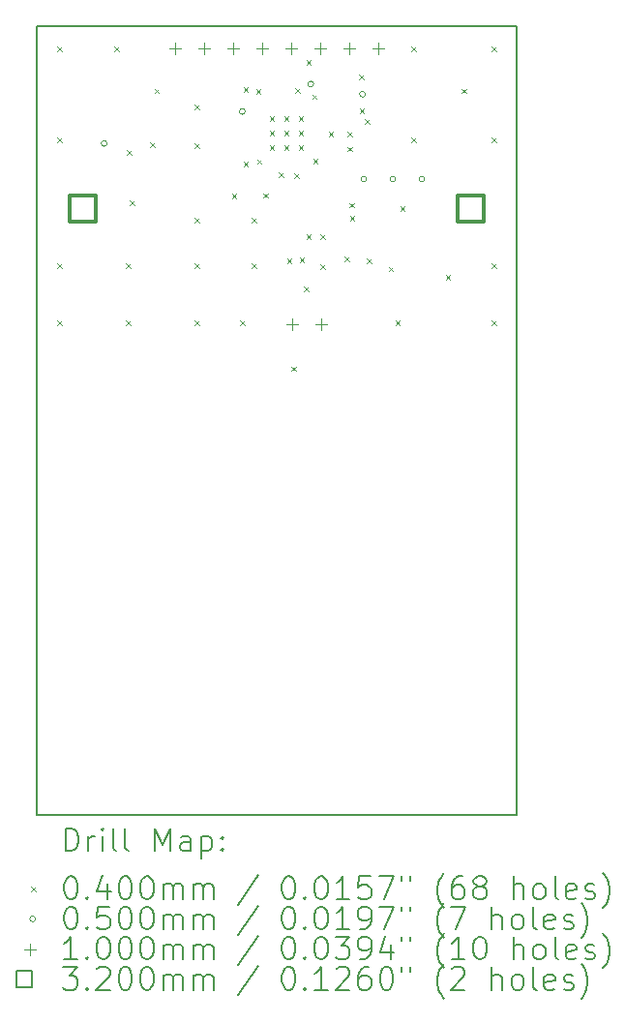
<source format=gbr>
%TF.GenerationSoftware,KiCad,Pcbnew,7.0.7*%
%TF.CreationDate,2024-01-15T15:14:14+00:00*%
%TF.ProjectId,cardboard,63617264-626f-4617-9264-2e6b69636164,rev?*%
%TF.SameCoordinates,Original*%
%TF.FileFunction,Drillmap*%
%TF.FilePolarity,Positive*%
%FSLAX45Y45*%
G04 Gerber Fmt 4.5, Leading zero omitted, Abs format (unit mm)*
G04 Created by KiCad (PCBNEW 7.0.7) date 2024-01-15 15:14:14*
%MOMM*%
%LPD*%
G01*
G04 APERTURE LIST*
%ADD10C,0.200000*%
%ADD11C,0.040000*%
%ADD12C,0.050000*%
%ADD13C,0.100000*%
%ADD14C,0.320000*%
G04 APERTURE END LIST*
D10*
X8401500Y-5717000D02*
X12601500Y-5717000D01*
X12601500Y-12617000D01*
X8401500Y-12617000D01*
X8401500Y-5717000D01*
D11*
X8581500Y-5897000D02*
X8621500Y-5937000D01*
X8621500Y-5897000D02*
X8581500Y-5937000D01*
X8581500Y-6697000D02*
X8621500Y-6737000D01*
X8621500Y-6697000D02*
X8581500Y-6737000D01*
X8581500Y-7797000D02*
X8621500Y-7837000D01*
X8621500Y-7797000D02*
X8581500Y-7837000D01*
X8581500Y-8297000D02*
X8621500Y-8337000D01*
X8621500Y-8297000D02*
X8581500Y-8337000D01*
X9081500Y-5897000D02*
X9121500Y-5937000D01*
X9121500Y-5897000D02*
X9081500Y-5937000D01*
X9181500Y-7797000D02*
X9221500Y-7837000D01*
X9221500Y-7797000D02*
X9181500Y-7837000D01*
X9181500Y-8297000D02*
X9221500Y-8337000D01*
X9221500Y-8297000D02*
X9181500Y-8337000D01*
X9191500Y-6807000D02*
X9231500Y-6847000D01*
X9231500Y-6807000D02*
X9191500Y-6847000D01*
X9217014Y-7248345D02*
X9257014Y-7288345D01*
X9257014Y-7248345D02*
X9217014Y-7288345D01*
X9391500Y-6737000D02*
X9431500Y-6777000D01*
X9431500Y-6737000D02*
X9391500Y-6777000D01*
X9431500Y-6267000D02*
X9471500Y-6307000D01*
X9471500Y-6267000D02*
X9431500Y-6307000D01*
X9781500Y-7397000D02*
X9821500Y-7437000D01*
X9821500Y-7397000D02*
X9781500Y-7437000D01*
X9781500Y-7797000D02*
X9821500Y-7837000D01*
X9821500Y-7797000D02*
X9781500Y-7837000D01*
X9781500Y-8297000D02*
X9821500Y-8337000D01*
X9821500Y-8297000D02*
X9781500Y-8337000D01*
X9782500Y-6409000D02*
X9822500Y-6449000D01*
X9822500Y-6409000D02*
X9782500Y-6449000D01*
X9782500Y-6749000D02*
X9822500Y-6789000D01*
X9822500Y-6749000D02*
X9782500Y-6789000D01*
X10110000Y-7187000D02*
X10150000Y-7227000D01*
X10150000Y-7187000D02*
X10110000Y-7227000D01*
X10181500Y-8297000D02*
X10221500Y-8337000D01*
X10221500Y-8297000D02*
X10181500Y-8337000D01*
X10210000Y-6907000D02*
X10250000Y-6947000D01*
X10250000Y-6907000D02*
X10210000Y-6947000D01*
X10211500Y-6257000D02*
X10251500Y-6297000D01*
X10251500Y-6257000D02*
X10211500Y-6297000D01*
X10281500Y-7397000D02*
X10321500Y-7437000D01*
X10321500Y-7397000D02*
X10281500Y-7437000D01*
X10281500Y-7797000D02*
X10321500Y-7837000D01*
X10321500Y-7797000D02*
X10281500Y-7837000D01*
X10319999Y-6272000D02*
X10359999Y-6312000D01*
X10359999Y-6272000D02*
X10319999Y-6312000D01*
X10330000Y-6887000D02*
X10370000Y-6927000D01*
X10370000Y-6887000D02*
X10330000Y-6927000D01*
X10385000Y-7182000D02*
X10425000Y-7222000D01*
X10425000Y-7182000D02*
X10385000Y-7222000D01*
X10440500Y-6507000D02*
X10480500Y-6547000D01*
X10480500Y-6507000D02*
X10440500Y-6547000D01*
X10440500Y-6634000D02*
X10480500Y-6674000D01*
X10480500Y-6634000D02*
X10440500Y-6674000D01*
X10440500Y-6761000D02*
X10480500Y-6801000D01*
X10480500Y-6761000D02*
X10440500Y-6801000D01*
X10522319Y-6999620D02*
X10562319Y-7039620D01*
X10562319Y-6999620D02*
X10522319Y-7039620D01*
X10567500Y-6507000D02*
X10607500Y-6547000D01*
X10607500Y-6507000D02*
X10567500Y-6547000D01*
X10567500Y-6634000D02*
X10607500Y-6674000D01*
X10607500Y-6634000D02*
X10567500Y-6674000D01*
X10567500Y-6761000D02*
X10607500Y-6801000D01*
X10607500Y-6761000D02*
X10567500Y-6801000D01*
X10591500Y-7757000D02*
X10631500Y-7797000D01*
X10631500Y-7757000D02*
X10591500Y-7797000D01*
X10631500Y-8697000D02*
X10671500Y-8737000D01*
X10671500Y-8697000D02*
X10631500Y-8737000D01*
X10657319Y-7010566D02*
X10697319Y-7050566D01*
X10697319Y-7010566D02*
X10657319Y-7050566D01*
X10663186Y-6265444D02*
X10703186Y-6305444D01*
X10703186Y-6265444D02*
X10663186Y-6305444D01*
X10694500Y-6507000D02*
X10734500Y-6547000D01*
X10734500Y-6507000D02*
X10694500Y-6547000D01*
X10694500Y-6634000D02*
X10734500Y-6674000D01*
X10734500Y-6634000D02*
X10694500Y-6674000D01*
X10694500Y-6761000D02*
X10734500Y-6801000D01*
X10734500Y-6761000D02*
X10694500Y-6801000D01*
X10701500Y-7747000D02*
X10741500Y-7787000D01*
X10741500Y-7747000D02*
X10701500Y-7787000D01*
X10740000Y-7997000D02*
X10780000Y-8037000D01*
X10780000Y-7997000D02*
X10740000Y-8037000D01*
X10761439Y-7542145D02*
X10801439Y-7582145D01*
X10801439Y-7542145D02*
X10761439Y-7582145D01*
X10761500Y-6017000D02*
X10801500Y-6057000D01*
X10801500Y-6017000D02*
X10761500Y-6057000D01*
X10812000Y-6319000D02*
X10852000Y-6359000D01*
X10852000Y-6319000D02*
X10812000Y-6359000D01*
X10821500Y-6883950D02*
X10861500Y-6923950D01*
X10861500Y-6883950D02*
X10821500Y-6923950D01*
X10881999Y-7544373D02*
X10921999Y-7584373D01*
X10921999Y-7544373D02*
X10881999Y-7584373D01*
X10885050Y-7806950D02*
X10925050Y-7846950D01*
X10925050Y-7806950D02*
X10885050Y-7846950D01*
X10954937Y-6642000D02*
X10994937Y-6682000D01*
X10994937Y-6642000D02*
X10954937Y-6682000D01*
X11094950Y-7737000D02*
X11134950Y-7777000D01*
X11134950Y-7737000D02*
X11094950Y-7777000D01*
X11120000Y-6777000D02*
X11160000Y-6817000D01*
X11160000Y-6777000D02*
X11120000Y-6817000D01*
X11120873Y-6642577D02*
X11160873Y-6682577D01*
X11160873Y-6642577D02*
X11120873Y-6682577D01*
X11140000Y-7267000D02*
X11180000Y-7307000D01*
X11180000Y-7267000D02*
X11140000Y-7307000D01*
X11142163Y-7381634D02*
X11182163Y-7421634D01*
X11182163Y-7381634D02*
X11142163Y-7421634D01*
X11221500Y-6147000D02*
X11261500Y-6187000D01*
X11261500Y-6147000D02*
X11221500Y-6187000D01*
X11226475Y-6441975D02*
X11266475Y-6481975D01*
X11266475Y-6441975D02*
X11226475Y-6481975D01*
X11271500Y-6537000D02*
X11311500Y-6577000D01*
X11311500Y-6537000D02*
X11271500Y-6577000D01*
X11292234Y-7752579D02*
X11332234Y-7792579D01*
X11332234Y-7752579D02*
X11292234Y-7792579D01*
X11481500Y-7827000D02*
X11521500Y-7867000D01*
X11521500Y-7827000D02*
X11481500Y-7867000D01*
X11540000Y-8297000D02*
X11580000Y-8337000D01*
X11580000Y-8297000D02*
X11540000Y-8337000D01*
X11581500Y-7297000D02*
X11621500Y-7337000D01*
X11621500Y-7297000D02*
X11581500Y-7337000D01*
X11681500Y-5897000D02*
X11721500Y-5937000D01*
X11721500Y-5897000D02*
X11681500Y-5937000D01*
X11681500Y-6697000D02*
X11721500Y-6737000D01*
X11721500Y-6697000D02*
X11681500Y-6737000D01*
X11981500Y-7897000D02*
X12021500Y-7937000D01*
X12021500Y-7897000D02*
X11981500Y-7937000D01*
X12121500Y-6267000D02*
X12161500Y-6307000D01*
X12161500Y-6267000D02*
X12121500Y-6307000D01*
X12381500Y-5897000D02*
X12421500Y-5937000D01*
X12421500Y-5897000D02*
X12381500Y-5937000D01*
X12381500Y-6697000D02*
X12421500Y-6737000D01*
X12421500Y-6697000D02*
X12381500Y-6737000D01*
X12381500Y-7797000D02*
X12421500Y-7837000D01*
X12421500Y-7797000D02*
X12381500Y-7837000D01*
X12381500Y-8297000D02*
X12421500Y-8337000D01*
X12421500Y-8297000D02*
X12381500Y-8337000D01*
D12*
X9016500Y-6747000D02*
G75*
G03*
X9016500Y-6747000I-25000J0D01*
G01*
X10225000Y-6467000D02*
G75*
G03*
X10225000Y-6467000I-25000J0D01*
G01*
X10825000Y-6227000D02*
G75*
G03*
X10825000Y-6227000I-25000J0D01*
G01*
X11276500Y-6317000D02*
G75*
G03*
X11276500Y-6317000I-25000J0D01*
G01*
X11288500Y-7060000D02*
G75*
G03*
X11288500Y-7060000I-25000J0D01*
G01*
X11542500Y-7060000D02*
G75*
G03*
X11542500Y-7060000I-25000J0D01*
G01*
X11796500Y-7060000D02*
G75*
G03*
X11796500Y-7060000I-25000J0D01*
G01*
D13*
X9612500Y-5867000D02*
X9612500Y-5967000D01*
X9562500Y-5917000D02*
X9662500Y-5917000D01*
X9866500Y-5867000D02*
X9866500Y-5967000D01*
X9816500Y-5917000D02*
X9916500Y-5917000D01*
X10120500Y-5867000D02*
X10120500Y-5967000D01*
X10070500Y-5917000D02*
X10170500Y-5917000D01*
X10374500Y-5867000D02*
X10374500Y-5967000D01*
X10324500Y-5917000D02*
X10424500Y-5917000D01*
X10628500Y-5867000D02*
X10628500Y-5967000D01*
X10578500Y-5917000D02*
X10678500Y-5917000D01*
X10634000Y-8277000D02*
X10634000Y-8377000D01*
X10584000Y-8327000D02*
X10684000Y-8327000D01*
X10882500Y-5867000D02*
X10882500Y-5967000D01*
X10832500Y-5917000D02*
X10932500Y-5917000D01*
X10888000Y-8277000D02*
X10888000Y-8377000D01*
X10838000Y-8327000D02*
X10938000Y-8327000D01*
X11136500Y-5867000D02*
X11136500Y-5967000D01*
X11086500Y-5917000D02*
X11186500Y-5917000D01*
X11390500Y-5867000D02*
X11390500Y-5967000D01*
X11340500Y-5917000D02*
X11440500Y-5917000D01*
D14*
X8914638Y-7430138D02*
X8914638Y-7203862D01*
X8688362Y-7203862D01*
X8688362Y-7430138D01*
X8914638Y-7430138D01*
X12314638Y-7430138D02*
X12314638Y-7203862D01*
X12088362Y-7203862D01*
X12088362Y-7430138D01*
X12314638Y-7430138D01*
D10*
X8652277Y-12938484D02*
X8652277Y-12738484D01*
X8652277Y-12738484D02*
X8699896Y-12738484D01*
X8699896Y-12738484D02*
X8728467Y-12748008D01*
X8728467Y-12748008D02*
X8747515Y-12767055D01*
X8747515Y-12767055D02*
X8757039Y-12786103D01*
X8757039Y-12786103D02*
X8766563Y-12824198D01*
X8766563Y-12824198D02*
X8766563Y-12852769D01*
X8766563Y-12852769D02*
X8757039Y-12890865D01*
X8757039Y-12890865D02*
X8747515Y-12909912D01*
X8747515Y-12909912D02*
X8728467Y-12928960D01*
X8728467Y-12928960D02*
X8699896Y-12938484D01*
X8699896Y-12938484D02*
X8652277Y-12938484D01*
X8852277Y-12938484D02*
X8852277Y-12805150D01*
X8852277Y-12843246D02*
X8861801Y-12824198D01*
X8861801Y-12824198D02*
X8871324Y-12814674D01*
X8871324Y-12814674D02*
X8890372Y-12805150D01*
X8890372Y-12805150D02*
X8909420Y-12805150D01*
X8976086Y-12938484D02*
X8976086Y-12805150D01*
X8976086Y-12738484D02*
X8966563Y-12748008D01*
X8966563Y-12748008D02*
X8976086Y-12757531D01*
X8976086Y-12757531D02*
X8985610Y-12748008D01*
X8985610Y-12748008D02*
X8976086Y-12738484D01*
X8976086Y-12738484D02*
X8976086Y-12757531D01*
X9099896Y-12938484D02*
X9080848Y-12928960D01*
X9080848Y-12928960D02*
X9071324Y-12909912D01*
X9071324Y-12909912D02*
X9071324Y-12738484D01*
X9204658Y-12938484D02*
X9185610Y-12928960D01*
X9185610Y-12928960D02*
X9176086Y-12909912D01*
X9176086Y-12909912D02*
X9176086Y-12738484D01*
X9433229Y-12938484D02*
X9433229Y-12738484D01*
X9433229Y-12738484D02*
X9499896Y-12881341D01*
X9499896Y-12881341D02*
X9566563Y-12738484D01*
X9566563Y-12738484D02*
X9566563Y-12938484D01*
X9747515Y-12938484D02*
X9747515Y-12833722D01*
X9747515Y-12833722D02*
X9737991Y-12814674D01*
X9737991Y-12814674D02*
X9718944Y-12805150D01*
X9718944Y-12805150D02*
X9680848Y-12805150D01*
X9680848Y-12805150D02*
X9661801Y-12814674D01*
X9747515Y-12928960D02*
X9728467Y-12938484D01*
X9728467Y-12938484D02*
X9680848Y-12938484D01*
X9680848Y-12938484D02*
X9661801Y-12928960D01*
X9661801Y-12928960D02*
X9652277Y-12909912D01*
X9652277Y-12909912D02*
X9652277Y-12890865D01*
X9652277Y-12890865D02*
X9661801Y-12871817D01*
X9661801Y-12871817D02*
X9680848Y-12862293D01*
X9680848Y-12862293D02*
X9728467Y-12862293D01*
X9728467Y-12862293D02*
X9747515Y-12852769D01*
X9842753Y-12805150D02*
X9842753Y-13005150D01*
X9842753Y-12814674D02*
X9861801Y-12805150D01*
X9861801Y-12805150D02*
X9899896Y-12805150D01*
X9899896Y-12805150D02*
X9918944Y-12814674D01*
X9918944Y-12814674D02*
X9928467Y-12824198D01*
X9928467Y-12824198D02*
X9937991Y-12843246D01*
X9937991Y-12843246D02*
X9937991Y-12900388D01*
X9937991Y-12900388D02*
X9928467Y-12919436D01*
X9928467Y-12919436D02*
X9918944Y-12928960D01*
X9918944Y-12928960D02*
X9899896Y-12938484D01*
X9899896Y-12938484D02*
X9861801Y-12938484D01*
X9861801Y-12938484D02*
X9842753Y-12928960D01*
X10023705Y-12919436D02*
X10033229Y-12928960D01*
X10033229Y-12928960D02*
X10023705Y-12938484D01*
X10023705Y-12938484D02*
X10014182Y-12928960D01*
X10014182Y-12928960D02*
X10023705Y-12919436D01*
X10023705Y-12919436D02*
X10023705Y-12938484D01*
X10023705Y-12814674D02*
X10033229Y-12824198D01*
X10033229Y-12824198D02*
X10023705Y-12833722D01*
X10023705Y-12833722D02*
X10014182Y-12824198D01*
X10014182Y-12824198D02*
X10023705Y-12814674D01*
X10023705Y-12814674D02*
X10023705Y-12833722D01*
D11*
X8351500Y-13247000D02*
X8391500Y-13287000D01*
X8391500Y-13247000D02*
X8351500Y-13287000D01*
D10*
X8690372Y-13158484D02*
X8709420Y-13158484D01*
X8709420Y-13158484D02*
X8728467Y-13168008D01*
X8728467Y-13168008D02*
X8737991Y-13177531D01*
X8737991Y-13177531D02*
X8747515Y-13196579D01*
X8747515Y-13196579D02*
X8757039Y-13234674D01*
X8757039Y-13234674D02*
X8757039Y-13282293D01*
X8757039Y-13282293D02*
X8747515Y-13320388D01*
X8747515Y-13320388D02*
X8737991Y-13339436D01*
X8737991Y-13339436D02*
X8728467Y-13348960D01*
X8728467Y-13348960D02*
X8709420Y-13358484D01*
X8709420Y-13358484D02*
X8690372Y-13358484D01*
X8690372Y-13358484D02*
X8671324Y-13348960D01*
X8671324Y-13348960D02*
X8661801Y-13339436D01*
X8661801Y-13339436D02*
X8652277Y-13320388D01*
X8652277Y-13320388D02*
X8642753Y-13282293D01*
X8642753Y-13282293D02*
X8642753Y-13234674D01*
X8642753Y-13234674D02*
X8652277Y-13196579D01*
X8652277Y-13196579D02*
X8661801Y-13177531D01*
X8661801Y-13177531D02*
X8671324Y-13168008D01*
X8671324Y-13168008D02*
X8690372Y-13158484D01*
X8842753Y-13339436D02*
X8852277Y-13348960D01*
X8852277Y-13348960D02*
X8842753Y-13358484D01*
X8842753Y-13358484D02*
X8833229Y-13348960D01*
X8833229Y-13348960D02*
X8842753Y-13339436D01*
X8842753Y-13339436D02*
X8842753Y-13358484D01*
X9023705Y-13225150D02*
X9023705Y-13358484D01*
X8976086Y-13148960D02*
X8928467Y-13291817D01*
X8928467Y-13291817D02*
X9052277Y-13291817D01*
X9166563Y-13158484D02*
X9185610Y-13158484D01*
X9185610Y-13158484D02*
X9204658Y-13168008D01*
X9204658Y-13168008D02*
X9214182Y-13177531D01*
X9214182Y-13177531D02*
X9223705Y-13196579D01*
X9223705Y-13196579D02*
X9233229Y-13234674D01*
X9233229Y-13234674D02*
X9233229Y-13282293D01*
X9233229Y-13282293D02*
X9223705Y-13320388D01*
X9223705Y-13320388D02*
X9214182Y-13339436D01*
X9214182Y-13339436D02*
X9204658Y-13348960D01*
X9204658Y-13348960D02*
X9185610Y-13358484D01*
X9185610Y-13358484D02*
X9166563Y-13358484D01*
X9166563Y-13358484D02*
X9147515Y-13348960D01*
X9147515Y-13348960D02*
X9137991Y-13339436D01*
X9137991Y-13339436D02*
X9128467Y-13320388D01*
X9128467Y-13320388D02*
X9118944Y-13282293D01*
X9118944Y-13282293D02*
X9118944Y-13234674D01*
X9118944Y-13234674D02*
X9128467Y-13196579D01*
X9128467Y-13196579D02*
X9137991Y-13177531D01*
X9137991Y-13177531D02*
X9147515Y-13168008D01*
X9147515Y-13168008D02*
X9166563Y-13158484D01*
X9357039Y-13158484D02*
X9376086Y-13158484D01*
X9376086Y-13158484D02*
X9395134Y-13168008D01*
X9395134Y-13168008D02*
X9404658Y-13177531D01*
X9404658Y-13177531D02*
X9414182Y-13196579D01*
X9414182Y-13196579D02*
X9423705Y-13234674D01*
X9423705Y-13234674D02*
X9423705Y-13282293D01*
X9423705Y-13282293D02*
X9414182Y-13320388D01*
X9414182Y-13320388D02*
X9404658Y-13339436D01*
X9404658Y-13339436D02*
X9395134Y-13348960D01*
X9395134Y-13348960D02*
X9376086Y-13358484D01*
X9376086Y-13358484D02*
X9357039Y-13358484D01*
X9357039Y-13358484D02*
X9337991Y-13348960D01*
X9337991Y-13348960D02*
X9328467Y-13339436D01*
X9328467Y-13339436D02*
X9318944Y-13320388D01*
X9318944Y-13320388D02*
X9309420Y-13282293D01*
X9309420Y-13282293D02*
X9309420Y-13234674D01*
X9309420Y-13234674D02*
X9318944Y-13196579D01*
X9318944Y-13196579D02*
X9328467Y-13177531D01*
X9328467Y-13177531D02*
X9337991Y-13168008D01*
X9337991Y-13168008D02*
X9357039Y-13158484D01*
X9509420Y-13358484D02*
X9509420Y-13225150D01*
X9509420Y-13244198D02*
X9518944Y-13234674D01*
X9518944Y-13234674D02*
X9537991Y-13225150D01*
X9537991Y-13225150D02*
X9566563Y-13225150D01*
X9566563Y-13225150D02*
X9585610Y-13234674D01*
X9585610Y-13234674D02*
X9595134Y-13253722D01*
X9595134Y-13253722D02*
X9595134Y-13358484D01*
X9595134Y-13253722D02*
X9604658Y-13234674D01*
X9604658Y-13234674D02*
X9623705Y-13225150D01*
X9623705Y-13225150D02*
X9652277Y-13225150D01*
X9652277Y-13225150D02*
X9671325Y-13234674D01*
X9671325Y-13234674D02*
X9680848Y-13253722D01*
X9680848Y-13253722D02*
X9680848Y-13358484D01*
X9776086Y-13358484D02*
X9776086Y-13225150D01*
X9776086Y-13244198D02*
X9785610Y-13234674D01*
X9785610Y-13234674D02*
X9804658Y-13225150D01*
X9804658Y-13225150D02*
X9833229Y-13225150D01*
X9833229Y-13225150D02*
X9852277Y-13234674D01*
X9852277Y-13234674D02*
X9861801Y-13253722D01*
X9861801Y-13253722D02*
X9861801Y-13358484D01*
X9861801Y-13253722D02*
X9871325Y-13234674D01*
X9871325Y-13234674D02*
X9890372Y-13225150D01*
X9890372Y-13225150D02*
X9918944Y-13225150D01*
X9918944Y-13225150D02*
X9937991Y-13234674D01*
X9937991Y-13234674D02*
X9947515Y-13253722D01*
X9947515Y-13253722D02*
X9947515Y-13358484D01*
X10337991Y-13148960D02*
X10166563Y-13406103D01*
X10595134Y-13158484D02*
X10614182Y-13158484D01*
X10614182Y-13158484D02*
X10633229Y-13168008D01*
X10633229Y-13168008D02*
X10642753Y-13177531D01*
X10642753Y-13177531D02*
X10652277Y-13196579D01*
X10652277Y-13196579D02*
X10661801Y-13234674D01*
X10661801Y-13234674D02*
X10661801Y-13282293D01*
X10661801Y-13282293D02*
X10652277Y-13320388D01*
X10652277Y-13320388D02*
X10642753Y-13339436D01*
X10642753Y-13339436D02*
X10633229Y-13348960D01*
X10633229Y-13348960D02*
X10614182Y-13358484D01*
X10614182Y-13358484D02*
X10595134Y-13358484D01*
X10595134Y-13358484D02*
X10576087Y-13348960D01*
X10576087Y-13348960D02*
X10566563Y-13339436D01*
X10566563Y-13339436D02*
X10557039Y-13320388D01*
X10557039Y-13320388D02*
X10547515Y-13282293D01*
X10547515Y-13282293D02*
X10547515Y-13234674D01*
X10547515Y-13234674D02*
X10557039Y-13196579D01*
X10557039Y-13196579D02*
X10566563Y-13177531D01*
X10566563Y-13177531D02*
X10576087Y-13168008D01*
X10576087Y-13168008D02*
X10595134Y-13158484D01*
X10747515Y-13339436D02*
X10757039Y-13348960D01*
X10757039Y-13348960D02*
X10747515Y-13358484D01*
X10747515Y-13358484D02*
X10737991Y-13348960D01*
X10737991Y-13348960D02*
X10747515Y-13339436D01*
X10747515Y-13339436D02*
X10747515Y-13358484D01*
X10880848Y-13158484D02*
X10899896Y-13158484D01*
X10899896Y-13158484D02*
X10918944Y-13168008D01*
X10918944Y-13168008D02*
X10928468Y-13177531D01*
X10928468Y-13177531D02*
X10937991Y-13196579D01*
X10937991Y-13196579D02*
X10947515Y-13234674D01*
X10947515Y-13234674D02*
X10947515Y-13282293D01*
X10947515Y-13282293D02*
X10937991Y-13320388D01*
X10937991Y-13320388D02*
X10928468Y-13339436D01*
X10928468Y-13339436D02*
X10918944Y-13348960D01*
X10918944Y-13348960D02*
X10899896Y-13358484D01*
X10899896Y-13358484D02*
X10880848Y-13358484D01*
X10880848Y-13358484D02*
X10861801Y-13348960D01*
X10861801Y-13348960D02*
X10852277Y-13339436D01*
X10852277Y-13339436D02*
X10842753Y-13320388D01*
X10842753Y-13320388D02*
X10833229Y-13282293D01*
X10833229Y-13282293D02*
X10833229Y-13234674D01*
X10833229Y-13234674D02*
X10842753Y-13196579D01*
X10842753Y-13196579D02*
X10852277Y-13177531D01*
X10852277Y-13177531D02*
X10861801Y-13168008D01*
X10861801Y-13168008D02*
X10880848Y-13158484D01*
X11137991Y-13358484D02*
X11023706Y-13358484D01*
X11080848Y-13358484D02*
X11080848Y-13158484D01*
X11080848Y-13158484D02*
X11061801Y-13187055D01*
X11061801Y-13187055D02*
X11042753Y-13206103D01*
X11042753Y-13206103D02*
X11023706Y-13215627D01*
X11318944Y-13158484D02*
X11223706Y-13158484D01*
X11223706Y-13158484D02*
X11214182Y-13253722D01*
X11214182Y-13253722D02*
X11223706Y-13244198D01*
X11223706Y-13244198D02*
X11242753Y-13234674D01*
X11242753Y-13234674D02*
X11290372Y-13234674D01*
X11290372Y-13234674D02*
X11309420Y-13244198D01*
X11309420Y-13244198D02*
X11318944Y-13253722D01*
X11318944Y-13253722D02*
X11328467Y-13272769D01*
X11328467Y-13272769D02*
X11328467Y-13320388D01*
X11328467Y-13320388D02*
X11318944Y-13339436D01*
X11318944Y-13339436D02*
X11309420Y-13348960D01*
X11309420Y-13348960D02*
X11290372Y-13358484D01*
X11290372Y-13358484D02*
X11242753Y-13358484D01*
X11242753Y-13358484D02*
X11223706Y-13348960D01*
X11223706Y-13348960D02*
X11214182Y-13339436D01*
X11395134Y-13158484D02*
X11528467Y-13158484D01*
X11528467Y-13158484D02*
X11442753Y-13358484D01*
X11595134Y-13158484D02*
X11595134Y-13196579D01*
X11671325Y-13158484D02*
X11671325Y-13196579D01*
X11966563Y-13434674D02*
X11957039Y-13425150D01*
X11957039Y-13425150D02*
X11937991Y-13396579D01*
X11937991Y-13396579D02*
X11928468Y-13377531D01*
X11928468Y-13377531D02*
X11918944Y-13348960D01*
X11918944Y-13348960D02*
X11909420Y-13301341D01*
X11909420Y-13301341D02*
X11909420Y-13263246D01*
X11909420Y-13263246D02*
X11918944Y-13215627D01*
X11918944Y-13215627D02*
X11928468Y-13187055D01*
X11928468Y-13187055D02*
X11937991Y-13168008D01*
X11937991Y-13168008D02*
X11957039Y-13139436D01*
X11957039Y-13139436D02*
X11966563Y-13129912D01*
X12128468Y-13158484D02*
X12090372Y-13158484D01*
X12090372Y-13158484D02*
X12071325Y-13168008D01*
X12071325Y-13168008D02*
X12061801Y-13177531D01*
X12061801Y-13177531D02*
X12042753Y-13206103D01*
X12042753Y-13206103D02*
X12033229Y-13244198D01*
X12033229Y-13244198D02*
X12033229Y-13320388D01*
X12033229Y-13320388D02*
X12042753Y-13339436D01*
X12042753Y-13339436D02*
X12052277Y-13348960D01*
X12052277Y-13348960D02*
X12071325Y-13358484D01*
X12071325Y-13358484D02*
X12109420Y-13358484D01*
X12109420Y-13358484D02*
X12128468Y-13348960D01*
X12128468Y-13348960D02*
X12137991Y-13339436D01*
X12137991Y-13339436D02*
X12147515Y-13320388D01*
X12147515Y-13320388D02*
X12147515Y-13272769D01*
X12147515Y-13272769D02*
X12137991Y-13253722D01*
X12137991Y-13253722D02*
X12128468Y-13244198D01*
X12128468Y-13244198D02*
X12109420Y-13234674D01*
X12109420Y-13234674D02*
X12071325Y-13234674D01*
X12071325Y-13234674D02*
X12052277Y-13244198D01*
X12052277Y-13244198D02*
X12042753Y-13253722D01*
X12042753Y-13253722D02*
X12033229Y-13272769D01*
X12261801Y-13244198D02*
X12242753Y-13234674D01*
X12242753Y-13234674D02*
X12233229Y-13225150D01*
X12233229Y-13225150D02*
X12223706Y-13206103D01*
X12223706Y-13206103D02*
X12223706Y-13196579D01*
X12223706Y-13196579D02*
X12233229Y-13177531D01*
X12233229Y-13177531D02*
X12242753Y-13168008D01*
X12242753Y-13168008D02*
X12261801Y-13158484D01*
X12261801Y-13158484D02*
X12299896Y-13158484D01*
X12299896Y-13158484D02*
X12318944Y-13168008D01*
X12318944Y-13168008D02*
X12328468Y-13177531D01*
X12328468Y-13177531D02*
X12337991Y-13196579D01*
X12337991Y-13196579D02*
X12337991Y-13206103D01*
X12337991Y-13206103D02*
X12328468Y-13225150D01*
X12328468Y-13225150D02*
X12318944Y-13234674D01*
X12318944Y-13234674D02*
X12299896Y-13244198D01*
X12299896Y-13244198D02*
X12261801Y-13244198D01*
X12261801Y-13244198D02*
X12242753Y-13253722D01*
X12242753Y-13253722D02*
X12233229Y-13263246D01*
X12233229Y-13263246D02*
X12223706Y-13282293D01*
X12223706Y-13282293D02*
X12223706Y-13320388D01*
X12223706Y-13320388D02*
X12233229Y-13339436D01*
X12233229Y-13339436D02*
X12242753Y-13348960D01*
X12242753Y-13348960D02*
X12261801Y-13358484D01*
X12261801Y-13358484D02*
X12299896Y-13358484D01*
X12299896Y-13358484D02*
X12318944Y-13348960D01*
X12318944Y-13348960D02*
X12328468Y-13339436D01*
X12328468Y-13339436D02*
X12337991Y-13320388D01*
X12337991Y-13320388D02*
X12337991Y-13282293D01*
X12337991Y-13282293D02*
X12328468Y-13263246D01*
X12328468Y-13263246D02*
X12318944Y-13253722D01*
X12318944Y-13253722D02*
X12299896Y-13244198D01*
X12576087Y-13358484D02*
X12576087Y-13158484D01*
X12661801Y-13358484D02*
X12661801Y-13253722D01*
X12661801Y-13253722D02*
X12652277Y-13234674D01*
X12652277Y-13234674D02*
X12633230Y-13225150D01*
X12633230Y-13225150D02*
X12604658Y-13225150D01*
X12604658Y-13225150D02*
X12585610Y-13234674D01*
X12585610Y-13234674D02*
X12576087Y-13244198D01*
X12785610Y-13358484D02*
X12766563Y-13348960D01*
X12766563Y-13348960D02*
X12757039Y-13339436D01*
X12757039Y-13339436D02*
X12747515Y-13320388D01*
X12747515Y-13320388D02*
X12747515Y-13263246D01*
X12747515Y-13263246D02*
X12757039Y-13244198D01*
X12757039Y-13244198D02*
X12766563Y-13234674D01*
X12766563Y-13234674D02*
X12785610Y-13225150D01*
X12785610Y-13225150D02*
X12814182Y-13225150D01*
X12814182Y-13225150D02*
X12833230Y-13234674D01*
X12833230Y-13234674D02*
X12842753Y-13244198D01*
X12842753Y-13244198D02*
X12852277Y-13263246D01*
X12852277Y-13263246D02*
X12852277Y-13320388D01*
X12852277Y-13320388D02*
X12842753Y-13339436D01*
X12842753Y-13339436D02*
X12833230Y-13348960D01*
X12833230Y-13348960D02*
X12814182Y-13358484D01*
X12814182Y-13358484D02*
X12785610Y-13358484D01*
X12966563Y-13358484D02*
X12947515Y-13348960D01*
X12947515Y-13348960D02*
X12937991Y-13329912D01*
X12937991Y-13329912D02*
X12937991Y-13158484D01*
X13118944Y-13348960D02*
X13099896Y-13358484D01*
X13099896Y-13358484D02*
X13061801Y-13358484D01*
X13061801Y-13358484D02*
X13042753Y-13348960D01*
X13042753Y-13348960D02*
X13033230Y-13329912D01*
X13033230Y-13329912D02*
X13033230Y-13253722D01*
X13033230Y-13253722D02*
X13042753Y-13234674D01*
X13042753Y-13234674D02*
X13061801Y-13225150D01*
X13061801Y-13225150D02*
X13099896Y-13225150D01*
X13099896Y-13225150D02*
X13118944Y-13234674D01*
X13118944Y-13234674D02*
X13128468Y-13253722D01*
X13128468Y-13253722D02*
X13128468Y-13272769D01*
X13128468Y-13272769D02*
X13033230Y-13291817D01*
X13204658Y-13348960D02*
X13223706Y-13358484D01*
X13223706Y-13358484D02*
X13261801Y-13358484D01*
X13261801Y-13358484D02*
X13280849Y-13348960D01*
X13280849Y-13348960D02*
X13290372Y-13329912D01*
X13290372Y-13329912D02*
X13290372Y-13320388D01*
X13290372Y-13320388D02*
X13280849Y-13301341D01*
X13280849Y-13301341D02*
X13261801Y-13291817D01*
X13261801Y-13291817D02*
X13233230Y-13291817D01*
X13233230Y-13291817D02*
X13214182Y-13282293D01*
X13214182Y-13282293D02*
X13204658Y-13263246D01*
X13204658Y-13263246D02*
X13204658Y-13253722D01*
X13204658Y-13253722D02*
X13214182Y-13234674D01*
X13214182Y-13234674D02*
X13233230Y-13225150D01*
X13233230Y-13225150D02*
X13261801Y-13225150D01*
X13261801Y-13225150D02*
X13280849Y-13234674D01*
X13357039Y-13434674D02*
X13366563Y-13425150D01*
X13366563Y-13425150D02*
X13385611Y-13396579D01*
X13385611Y-13396579D02*
X13395134Y-13377531D01*
X13395134Y-13377531D02*
X13404658Y-13348960D01*
X13404658Y-13348960D02*
X13414182Y-13301341D01*
X13414182Y-13301341D02*
X13414182Y-13263246D01*
X13414182Y-13263246D02*
X13404658Y-13215627D01*
X13404658Y-13215627D02*
X13395134Y-13187055D01*
X13395134Y-13187055D02*
X13385611Y-13168008D01*
X13385611Y-13168008D02*
X13366563Y-13139436D01*
X13366563Y-13139436D02*
X13357039Y-13129912D01*
D12*
X8391500Y-13531000D02*
G75*
G03*
X8391500Y-13531000I-25000J0D01*
G01*
D10*
X8690372Y-13422484D02*
X8709420Y-13422484D01*
X8709420Y-13422484D02*
X8728467Y-13432008D01*
X8728467Y-13432008D02*
X8737991Y-13441531D01*
X8737991Y-13441531D02*
X8747515Y-13460579D01*
X8747515Y-13460579D02*
X8757039Y-13498674D01*
X8757039Y-13498674D02*
X8757039Y-13546293D01*
X8757039Y-13546293D02*
X8747515Y-13584388D01*
X8747515Y-13584388D02*
X8737991Y-13603436D01*
X8737991Y-13603436D02*
X8728467Y-13612960D01*
X8728467Y-13612960D02*
X8709420Y-13622484D01*
X8709420Y-13622484D02*
X8690372Y-13622484D01*
X8690372Y-13622484D02*
X8671324Y-13612960D01*
X8671324Y-13612960D02*
X8661801Y-13603436D01*
X8661801Y-13603436D02*
X8652277Y-13584388D01*
X8652277Y-13584388D02*
X8642753Y-13546293D01*
X8642753Y-13546293D02*
X8642753Y-13498674D01*
X8642753Y-13498674D02*
X8652277Y-13460579D01*
X8652277Y-13460579D02*
X8661801Y-13441531D01*
X8661801Y-13441531D02*
X8671324Y-13432008D01*
X8671324Y-13432008D02*
X8690372Y-13422484D01*
X8842753Y-13603436D02*
X8852277Y-13612960D01*
X8852277Y-13612960D02*
X8842753Y-13622484D01*
X8842753Y-13622484D02*
X8833229Y-13612960D01*
X8833229Y-13612960D02*
X8842753Y-13603436D01*
X8842753Y-13603436D02*
X8842753Y-13622484D01*
X9033229Y-13422484D02*
X8937991Y-13422484D01*
X8937991Y-13422484D02*
X8928467Y-13517722D01*
X8928467Y-13517722D02*
X8937991Y-13508198D01*
X8937991Y-13508198D02*
X8957039Y-13498674D01*
X8957039Y-13498674D02*
X9004658Y-13498674D01*
X9004658Y-13498674D02*
X9023705Y-13508198D01*
X9023705Y-13508198D02*
X9033229Y-13517722D01*
X9033229Y-13517722D02*
X9042753Y-13536769D01*
X9042753Y-13536769D02*
X9042753Y-13584388D01*
X9042753Y-13584388D02*
X9033229Y-13603436D01*
X9033229Y-13603436D02*
X9023705Y-13612960D01*
X9023705Y-13612960D02*
X9004658Y-13622484D01*
X9004658Y-13622484D02*
X8957039Y-13622484D01*
X8957039Y-13622484D02*
X8937991Y-13612960D01*
X8937991Y-13612960D02*
X8928467Y-13603436D01*
X9166563Y-13422484D02*
X9185610Y-13422484D01*
X9185610Y-13422484D02*
X9204658Y-13432008D01*
X9204658Y-13432008D02*
X9214182Y-13441531D01*
X9214182Y-13441531D02*
X9223705Y-13460579D01*
X9223705Y-13460579D02*
X9233229Y-13498674D01*
X9233229Y-13498674D02*
X9233229Y-13546293D01*
X9233229Y-13546293D02*
X9223705Y-13584388D01*
X9223705Y-13584388D02*
X9214182Y-13603436D01*
X9214182Y-13603436D02*
X9204658Y-13612960D01*
X9204658Y-13612960D02*
X9185610Y-13622484D01*
X9185610Y-13622484D02*
X9166563Y-13622484D01*
X9166563Y-13622484D02*
X9147515Y-13612960D01*
X9147515Y-13612960D02*
X9137991Y-13603436D01*
X9137991Y-13603436D02*
X9128467Y-13584388D01*
X9128467Y-13584388D02*
X9118944Y-13546293D01*
X9118944Y-13546293D02*
X9118944Y-13498674D01*
X9118944Y-13498674D02*
X9128467Y-13460579D01*
X9128467Y-13460579D02*
X9137991Y-13441531D01*
X9137991Y-13441531D02*
X9147515Y-13432008D01*
X9147515Y-13432008D02*
X9166563Y-13422484D01*
X9357039Y-13422484D02*
X9376086Y-13422484D01*
X9376086Y-13422484D02*
X9395134Y-13432008D01*
X9395134Y-13432008D02*
X9404658Y-13441531D01*
X9404658Y-13441531D02*
X9414182Y-13460579D01*
X9414182Y-13460579D02*
X9423705Y-13498674D01*
X9423705Y-13498674D02*
X9423705Y-13546293D01*
X9423705Y-13546293D02*
X9414182Y-13584388D01*
X9414182Y-13584388D02*
X9404658Y-13603436D01*
X9404658Y-13603436D02*
X9395134Y-13612960D01*
X9395134Y-13612960D02*
X9376086Y-13622484D01*
X9376086Y-13622484D02*
X9357039Y-13622484D01*
X9357039Y-13622484D02*
X9337991Y-13612960D01*
X9337991Y-13612960D02*
X9328467Y-13603436D01*
X9328467Y-13603436D02*
X9318944Y-13584388D01*
X9318944Y-13584388D02*
X9309420Y-13546293D01*
X9309420Y-13546293D02*
X9309420Y-13498674D01*
X9309420Y-13498674D02*
X9318944Y-13460579D01*
X9318944Y-13460579D02*
X9328467Y-13441531D01*
X9328467Y-13441531D02*
X9337991Y-13432008D01*
X9337991Y-13432008D02*
X9357039Y-13422484D01*
X9509420Y-13622484D02*
X9509420Y-13489150D01*
X9509420Y-13508198D02*
X9518944Y-13498674D01*
X9518944Y-13498674D02*
X9537991Y-13489150D01*
X9537991Y-13489150D02*
X9566563Y-13489150D01*
X9566563Y-13489150D02*
X9585610Y-13498674D01*
X9585610Y-13498674D02*
X9595134Y-13517722D01*
X9595134Y-13517722D02*
X9595134Y-13622484D01*
X9595134Y-13517722D02*
X9604658Y-13498674D01*
X9604658Y-13498674D02*
X9623705Y-13489150D01*
X9623705Y-13489150D02*
X9652277Y-13489150D01*
X9652277Y-13489150D02*
X9671325Y-13498674D01*
X9671325Y-13498674D02*
X9680848Y-13517722D01*
X9680848Y-13517722D02*
X9680848Y-13622484D01*
X9776086Y-13622484D02*
X9776086Y-13489150D01*
X9776086Y-13508198D02*
X9785610Y-13498674D01*
X9785610Y-13498674D02*
X9804658Y-13489150D01*
X9804658Y-13489150D02*
X9833229Y-13489150D01*
X9833229Y-13489150D02*
X9852277Y-13498674D01*
X9852277Y-13498674D02*
X9861801Y-13517722D01*
X9861801Y-13517722D02*
X9861801Y-13622484D01*
X9861801Y-13517722D02*
X9871325Y-13498674D01*
X9871325Y-13498674D02*
X9890372Y-13489150D01*
X9890372Y-13489150D02*
X9918944Y-13489150D01*
X9918944Y-13489150D02*
X9937991Y-13498674D01*
X9937991Y-13498674D02*
X9947515Y-13517722D01*
X9947515Y-13517722D02*
X9947515Y-13622484D01*
X10337991Y-13412960D02*
X10166563Y-13670103D01*
X10595134Y-13422484D02*
X10614182Y-13422484D01*
X10614182Y-13422484D02*
X10633229Y-13432008D01*
X10633229Y-13432008D02*
X10642753Y-13441531D01*
X10642753Y-13441531D02*
X10652277Y-13460579D01*
X10652277Y-13460579D02*
X10661801Y-13498674D01*
X10661801Y-13498674D02*
X10661801Y-13546293D01*
X10661801Y-13546293D02*
X10652277Y-13584388D01*
X10652277Y-13584388D02*
X10642753Y-13603436D01*
X10642753Y-13603436D02*
X10633229Y-13612960D01*
X10633229Y-13612960D02*
X10614182Y-13622484D01*
X10614182Y-13622484D02*
X10595134Y-13622484D01*
X10595134Y-13622484D02*
X10576087Y-13612960D01*
X10576087Y-13612960D02*
X10566563Y-13603436D01*
X10566563Y-13603436D02*
X10557039Y-13584388D01*
X10557039Y-13584388D02*
X10547515Y-13546293D01*
X10547515Y-13546293D02*
X10547515Y-13498674D01*
X10547515Y-13498674D02*
X10557039Y-13460579D01*
X10557039Y-13460579D02*
X10566563Y-13441531D01*
X10566563Y-13441531D02*
X10576087Y-13432008D01*
X10576087Y-13432008D02*
X10595134Y-13422484D01*
X10747515Y-13603436D02*
X10757039Y-13612960D01*
X10757039Y-13612960D02*
X10747515Y-13622484D01*
X10747515Y-13622484D02*
X10737991Y-13612960D01*
X10737991Y-13612960D02*
X10747515Y-13603436D01*
X10747515Y-13603436D02*
X10747515Y-13622484D01*
X10880848Y-13422484D02*
X10899896Y-13422484D01*
X10899896Y-13422484D02*
X10918944Y-13432008D01*
X10918944Y-13432008D02*
X10928468Y-13441531D01*
X10928468Y-13441531D02*
X10937991Y-13460579D01*
X10937991Y-13460579D02*
X10947515Y-13498674D01*
X10947515Y-13498674D02*
X10947515Y-13546293D01*
X10947515Y-13546293D02*
X10937991Y-13584388D01*
X10937991Y-13584388D02*
X10928468Y-13603436D01*
X10928468Y-13603436D02*
X10918944Y-13612960D01*
X10918944Y-13612960D02*
X10899896Y-13622484D01*
X10899896Y-13622484D02*
X10880848Y-13622484D01*
X10880848Y-13622484D02*
X10861801Y-13612960D01*
X10861801Y-13612960D02*
X10852277Y-13603436D01*
X10852277Y-13603436D02*
X10842753Y-13584388D01*
X10842753Y-13584388D02*
X10833229Y-13546293D01*
X10833229Y-13546293D02*
X10833229Y-13498674D01*
X10833229Y-13498674D02*
X10842753Y-13460579D01*
X10842753Y-13460579D02*
X10852277Y-13441531D01*
X10852277Y-13441531D02*
X10861801Y-13432008D01*
X10861801Y-13432008D02*
X10880848Y-13422484D01*
X11137991Y-13622484D02*
X11023706Y-13622484D01*
X11080848Y-13622484D02*
X11080848Y-13422484D01*
X11080848Y-13422484D02*
X11061801Y-13451055D01*
X11061801Y-13451055D02*
X11042753Y-13470103D01*
X11042753Y-13470103D02*
X11023706Y-13479627D01*
X11233229Y-13622484D02*
X11271325Y-13622484D01*
X11271325Y-13622484D02*
X11290372Y-13612960D01*
X11290372Y-13612960D02*
X11299896Y-13603436D01*
X11299896Y-13603436D02*
X11318944Y-13574865D01*
X11318944Y-13574865D02*
X11328467Y-13536769D01*
X11328467Y-13536769D02*
X11328467Y-13460579D01*
X11328467Y-13460579D02*
X11318944Y-13441531D01*
X11318944Y-13441531D02*
X11309420Y-13432008D01*
X11309420Y-13432008D02*
X11290372Y-13422484D01*
X11290372Y-13422484D02*
X11252277Y-13422484D01*
X11252277Y-13422484D02*
X11233229Y-13432008D01*
X11233229Y-13432008D02*
X11223706Y-13441531D01*
X11223706Y-13441531D02*
X11214182Y-13460579D01*
X11214182Y-13460579D02*
X11214182Y-13508198D01*
X11214182Y-13508198D02*
X11223706Y-13527246D01*
X11223706Y-13527246D02*
X11233229Y-13536769D01*
X11233229Y-13536769D02*
X11252277Y-13546293D01*
X11252277Y-13546293D02*
X11290372Y-13546293D01*
X11290372Y-13546293D02*
X11309420Y-13536769D01*
X11309420Y-13536769D02*
X11318944Y-13527246D01*
X11318944Y-13527246D02*
X11328467Y-13508198D01*
X11395134Y-13422484D02*
X11528467Y-13422484D01*
X11528467Y-13422484D02*
X11442753Y-13622484D01*
X11595134Y-13422484D02*
X11595134Y-13460579D01*
X11671325Y-13422484D02*
X11671325Y-13460579D01*
X11966563Y-13698674D02*
X11957039Y-13689150D01*
X11957039Y-13689150D02*
X11937991Y-13660579D01*
X11937991Y-13660579D02*
X11928468Y-13641531D01*
X11928468Y-13641531D02*
X11918944Y-13612960D01*
X11918944Y-13612960D02*
X11909420Y-13565341D01*
X11909420Y-13565341D02*
X11909420Y-13527246D01*
X11909420Y-13527246D02*
X11918944Y-13479627D01*
X11918944Y-13479627D02*
X11928468Y-13451055D01*
X11928468Y-13451055D02*
X11937991Y-13432008D01*
X11937991Y-13432008D02*
X11957039Y-13403436D01*
X11957039Y-13403436D02*
X11966563Y-13393912D01*
X12023706Y-13422484D02*
X12157039Y-13422484D01*
X12157039Y-13422484D02*
X12071325Y-13622484D01*
X12385610Y-13622484D02*
X12385610Y-13422484D01*
X12471325Y-13622484D02*
X12471325Y-13517722D01*
X12471325Y-13517722D02*
X12461801Y-13498674D01*
X12461801Y-13498674D02*
X12442753Y-13489150D01*
X12442753Y-13489150D02*
X12414182Y-13489150D01*
X12414182Y-13489150D02*
X12395134Y-13498674D01*
X12395134Y-13498674D02*
X12385610Y-13508198D01*
X12595134Y-13622484D02*
X12576087Y-13612960D01*
X12576087Y-13612960D02*
X12566563Y-13603436D01*
X12566563Y-13603436D02*
X12557039Y-13584388D01*
X12557039Y-13584388D02*
X12557039Y-13527246D01*
X12557039Y-13527246D02*
X12566563Y-13508198D01*
X12566563Y-13508198D02*
X12576087Y-13498674D01*
X12576087Y-13498674D02*
X12595134Y-13489150D01*
X12595134Y-13489150D02*
X12623706Y-13489150D01*
X12623706Y-13489150D02*
X12642753Y-13498674D01*
X12642753Y-13498674D02*
X12652277Y-13508198D01*
X12652277Y-13508198D02*
X12661801Y-13527246D01*
X12661801Y-13527246D02*
X12661801Y-13584388D01*
X12661801Y-13584388D02*
X12652277Y-13603436D01*
X12652277Y-13603436D02*
X12642753Y-13612960D01*
X12642753Y-13612960D02*
X12623706Y-13622484D01*
X12623706Y-13622484D02*
X12595134Y-13622484D01*
X12776087Y-13622484D02*
X12757039Y-13612960D01*
X12757039Y-13612960D02*
X12747515Y-13593912D01*
X12747515Y-13593912D02*
X12747515Y-13422484D01*
X12928468Y-13612960D02*
X12909420Y-13622484D01*
X12909420Y-13622484D02*
X12871325Y-13622484D01*
X12871325Y-13622484D02*
X12852277Y-13612960D01*
X12852277Y-13612960D02*
X12842753Y-13593912D01*
X12842753Y-13593912D02*
X12842753Y-13517722D01*
X12842753Y-13517722D02*
X12852277Y-13498674D01*
X12852277Y-13498674D02*
X12871325Y-13489150D01*
X12871325Y-13489150D02*
X12909420Y-13489150D01*
X12909420Y-13489150D02*
X12928468Y-13498674D01*
X12928468Y-13498674D02*
X12937991Y-13517722D01*
X12937991Y-13517722D02*
X12937991Y-13536769D01*
X12937991Y-13536769D02*
X12842753Y-13555817D01*
X13014182Y-13612960D02*
X13033230Y-13622484D01*
X13033230Y-13622484D02*
X13071325Y-13622484D01*
X13071325Y-13622484D02*
X13090372Y-13612960D01*
X13090372Y-13612960D02*
X13099896Y-13593912D01*
X13099896Y-13593912D02*
X13099896Y-13584388D01*
X13099896Y-13584388D02*
X13090372Y-13565341D01*
X13090372Y-13565341D02*
X13071325Y-13555817D01*
X13071325Y-13555817D02*
X13042753Y-13555817D01*
X13042753Y-13555817D02*
X13023706Y-13546293D01*
X13023706Y-13546293D02*
X13014182Y-13527246D01*
X13014182Y-13527246D02*
X13014182Y-13517722D01*
X13014182Y-13517722D02*
X13023706Y-13498674D01*
X13023706Y-13498674D02*
X13042753Y-13489150D01*
X13042753Y-13489150D02*
X13071325Y-13489150D01*
X13071325Y-13489150D02*
X13090372Y-13498674D01*
X13166563Y-13698674D02*
X13176087Y-13689150D01*
X13176087Y-13689150D02*
X13195134Y-13660579D01*
X13195134Y-13660579D02*
X13204658Y-13641531D01*
X13204658Y-13641531D02*
X13214182Y-13612960D01*
X13214182Y-13612960D02*
X13223706Y-13565341D01*
X13223706Y-13565341D02*
X13223706Y-13527246D01*
X13223706Y-13527246D02*
X13214182Y-13479627D01*
X13214182Y-13479627D02*
X13204658Y-13451055D01*
X13204658Y-13451055D02*
X13195134Y-13432008D01*
X13195134Y-13432008D02*
X13176087Y-13403436D01*
X13176087Y-13403436D02*
X13166563Y-13393912D01*
D13*
X8341500Y-13745000D02*
X8341500Y-13845000D01*
X8291500Y-13795000D02*
X8391500Y-13795000D01*
D10*
X8757039Y-13886484D02*
X8642753Y-13886484D01*
X8699896Y-13886484D02*
X8699896Y-13686484D01*
X8699896Y-13686484D02*
X8680848Y-13715055D01*
X8680848Y-13715055D02*
X8661801Y-13734103D01*
X8661801Y-13734103D02*
X8642753Y-13743627D01*
X8842753Y-13867436D02*
X8852277Y-13876960D01*
X8852277Y-13876960D02*
X8842753Y-13886484D01*
X8842753Y-13886484D02*
X8833229Y-13876960D01*
X8833229Y-13876960D02*
X8842753Y-13867436D01*
X8842753Y-13867436D02*
X8842753Y-13886484D01*
X8976086Y-13686484D02*
X8995134Y-13686484D01*
X8995134Y-13686484D02*
X9014182Y-13696008D01*
X9014182Y-13696008D02*
X9023705Y-13705531D01*
X9023705Y-13705531D02*
X9033229Y-13724579D01*
X9033229Y-13724579D02*
X9042753Y-13762674D01*
X9042753Y-13762674D02*
X9042753Y-13810293D01*
X9042753Y-13810293D02*
X9033229Y-13848388D01*
X9033229Y-13848388D02*
X9023705Y-13867436D01*
X9023705Y-13867436D02*
X9014182Y-13876960D01*
X9014182Y-13876960D02*
X8995134Y-13886484D01*
X8995134Y-13886484D02*
X8976086Y-13886484D01*
X8976086Y-13886484D02*
X8957039Y-13876960D01*
X8957039Y-13876960D02*
X8947515Y-13867436D01*
X8947515Y-13867436D02*
X8937991Y-13848388D01*
X8937991Y-13848388D02*
X8928467Y-13810293D01*
X8928467Y-13810293D02*
X8928467Y-13762674D01*
X8928467Y-13762674D02*
X8937991Y-13724579D01*
X8937991Y-13724579D02*
X8947515Y-13705531D01*
X8947515Y-13705531D02*
X8957039Y-13696008D01*
X8957039Y-13696008D02*
X8976086Y-13686484D01*
X9166563Y-13686484D02*
X9185610Y-13686484D01*
X9185610Y-13686484D02*
X9204658Y-13696008D01*
X9204658Y-13696008D02*
X9214182Y-13705531D01*
X9214182Y-13705531D02*
X9223705Y-13724579D01*
X9223705Y-13724579D02*
X9233229Y-13762674D01*
X9233229Y-13762674D02*
X9233229Y-13810293D01*
X9233229Y-13810293D02*
X9223705Y-13848388D01*
X9223705Y-13848388D02*
X9214182Y-13867436D01*
X9214182Y-13867436D02*
X9204658Y-13876960D01*
X9204658Y-13876960D02*
X9185610Y-13886484D01*
X9185610Y-13886484D02*
X9166563Y-13886484D01*
X9166563Y-13886484D02*
X9147515Y-13876960D01*
X9147515Y-13876960D02*
X9137991Y-13867436D01*
X9137991Y-13867436D02*
X9128467Y-13848388D01*
X9128467Y-13848388D02*
X9118944Y-13810293D01*
X9118944Y-13810293D02*
X9118944Y-13762674D01*
X9118944Y-13762674D02*
X9128467Y-13724579D01*
X9128467Y-13724579D02*
X9137991Y-13705531D01*
X9137991Y-13705531D02*
X9147515Y-13696008D01*
X9147515Y-13696008D02*
X9166563Y-13686484D01*
X9357039Y-13686484D02*
X9376086Y-13686484D01*
X9376086Y-13686484D02*
X9395134Y-13696008D01*
X9395134Y-13696008D02*
X9404658Y-13705531D01*
X9404658Y-13705531D02*
X9414182Y-13724579D01*
X9414182Y-13724579D02*
X9423705Y-13762674D01*
X9423705Y-13762674D02*
X9423705Y-13810293D01*
X9423705Y-13810293D02*
X9414182Y-13848388D01*
X9414182Y-13848388D02*
X9404658Y-13867436D01*
X9404658Y-13867436D02*
X9395134Y-13876960D01*
X9395134Y-13876960D02*
X9376086Y-13886484D01*
X9376086Y-13886484D02*
X9357039Y-13886484D01*
X9357039Y-13886484D02*
X9337991Y-13876960D01*
X9337991Y-13876960D02*
X9328467Y-13867436D01*
X9328467Y-13867436D02*
X9318944Y-13848388D01*
X9318944Y-13848388D02*
X9309420Y-13810293D01*
X9309420Y-13810293D02*
X9309420Y-13762674D01*
X9309420Y-13762674D02*
X9318944Y-13724579D01*
X9318944Y-13724579D02*
X9328467Y-13705531D01*
X9328467Y-13705531D02*
X9337991Y-13696008D01*
X9337991Y-13696008D02*
X9357039Y-13686484D01*
X9509420Y-13886484D02*
X9509420Y-13753150D01*
X9509420Y-13772198D02*
X9518944Y-13762674D01*
X9518944Y-13762674D02*
X9537991Y-13753150D01*
X9537991Y-13753150D02*
X9566563Y-13753150D01*
X9566563Y-13753150D02*
X9585610Y-13762674D01*
X9585610Y-13762674D02*
X9595134Y-13781722D01*
X9595134Y-13781722D02*
X9595134Y-13886484D01*
X9595134Y-13781722D02*
X9604658Y-13762674D01*
X9604658Y-13762674D02*
X9623705Y-13753150D01*
X9623705Y-13753150D02*
X9652277Y-13753150D01*
X9652277Y-13753150D02*
X9671325Y-13762674D01*
X9671325Y-13762674D02*
X9680848Y-13781722D01*
X9680848Y-13781722D02*
X9680848Y-13886484D01*
X9776086Y-13886484D02*
X9776086Y-13753150D01*
X9776086Y-13772198D02*
X9785610Y-13762674D01*
X9785610Y-13762674D02*
X9804658Y-13753150D01*
X9804658Y-13753150D02*
X9833229Y-13753150D01*
X9833229Y-13753150D02*
X9852277Y-13762674D01*
X9852277Y-13762674D02*
X9861801Y-13781722D01*
X9861801Y-13781722D02*
X9861801Y-13886484D01*
X9861801Y-13781722D02*
X9871325Y-13762674D01*
X9871325Y-13762674D02*
X9890372Y-13753150D01*
X9890372Y-13753150D02*
X9918944Y-13753150D01*
X9918944Y-13753150D02*
X9937991Y-13762674D01*
X9937991Y-13762674D02*
X9947515Y-13781722D01*
X9947515Y-13781722D02*
X9947515Y-13886484D01*
X10337991Y-13676960D02*
X10166563Y-13934103D01*
X10595134Y-13686484D02*
X10614182Y-13686484D01*
X10614182Y-13686484D02*
X10633229Y-13696008D01*
X10633229Y-13696008D02*
X10642753Y-13705531D01*
X10642753Y-13705531D02*
X10652277Y-13724579D01*
X10652277Y-13724579D02*
X10661801Y-13762674D01*
X10661801Y-13762674D02*
X10661801Y-13810293D01*
X10661801Y-13810293D02*
X10652277Y-13848388D01*
X10652277Y-13848388D02*
X10642753Y-13867436D01*
X10642753Y-13867436D02*
X10633229Y-13876960D01*
X10633229Y-13876960D02*
X10614182Y-13886484D01*
X10614182Y-13886484D02*
X10595134Y-13886484D01*
X10595134Y-13886484D02*
X10576087Y-13876960D01*
X10576087Y-13876960D02*
X10566563Y-13867436D01*
X10566563Y-13867436D02*
X10557039Y-13848388D01*
X10557039Y-13848388D02*
X10547515Y-13810293D01*
X10547515Y-13810293D02*
X10547515Y-13762674D01*
X10547515Y-13762674D02*
X10557039Y-13724579D01*
X10557039Y-13724579D02*
X10566563Y-13705531D01*
X10566563Y-13705531D02*
X10576087Y-13696008D01*
X10576087Y-13696008D02*
X10595134Y-13686484D01*
X10747515Y-13867436D02*
X10757039Y-13876960D01*
X10757039Y-13876960D02*
X10747515Y-13886484D01*
X10747515Y-13886484D02*
X10737991Y-13876960D01*
X10737991Y-13876960D02*
X10747515Y-13867436D01*
X10747515Y-13867436D02*
X10747515Y-13886484D01*
X10880848Y-13686484D02*
X10899896Y-13686484D01*
X10899896Y-13686484D02*
X10918944Y-13696008D01*
X10918944Y-13696008D02*
X10928468Y-13705531D01*
X10928468Y-13705531D02*
X10937991Y-13724579D01*
X10937991Y-13724579D02*
X10947515Y-13762674D01*
X10947515Y-13762674D02*
X10947515Y-13810293D01*
X10947515Y-13810293D02*
X10937991Y-13848388D01*
X10937991Y-13848388D02*
X10928468Y-13867436D01*
X10928468Y-13867436D02*
X10918944Y-13876960D01*
X10918944Y-13876960D02*
X10899896Y-13886484D01*
X10899896Y-13886484D02*
X10880848Y-13886484D01*
X10880848Y-13886484D02*
X10861801Y-13876960D01*
X10861801Y-13876960D02*
X10852277Y-13867436D01*
X10852277Y-13867436D02*
X10842753Y-13848388D01*
X10842753Y-13848388D02*
X10833229Y-13810293D01*
X10833229Y-13810293D02*
X10833229Y-13762674D01*
X10833229Y-13762674D02*
X10842753Y-13724579D01*
X10842753Y-13724579D02*
X10852277Y-13705531D01*
X10852277Y-13705531D02*
X10861801Y-13696008D01*
X10861801Y-13696008D02*
X10880848Y-13686484D01*
X11014182Y-13686484D02*
X11137991Y-13686484D01*
X11137991Y-13686484D02*
X11071325Y-13762674D01*
X11071325Y-13762674D02*
X11099896Y-13762674D01*
X11099896Y-13762674D02*
X11118944Y-13772198D01*
X11118944Y-13772198D02*
X11128468Y-13781722D01*
X11128468Y-13781722D02*
X11137991Y-13800769D01*
X11137991Y-13800769D02*
X11137991Y-13848388D01*
X11137991Y-13848388D02*
X11128468Y-13867436D01*
X11128468Y-13867436D02*
X11118944Y-13876960D01*
X11118944Y-13876960D02*
X11099896Y-13886484D01*
X11099896Y-13886484D02*
X11042753Y-13886484D01*
X11042753Y-13886484D02*
X11023706Y-13876960D01*
X11023706Y-13876960D02*
X11014182Y-13867436D01*
X11233229Y-13886484D02*
X11271325Y-13886484D01*
X11271325Y-13886484D02*
X11290372Y-13876960D01*
X11290372Y-13876960D02*
X11299896Y-13867436D01*
X11299896Y-13867436D02*
X11318944Y-13838865D01*
X11318944Y-13838865D02*
X11328467Y-13800769D01*
X11328467Y-13800769D02*
X11328467Y-13724579D01*
X11328467Y-13724579D02*
X11318944Y-13705531D01*
X11318944Y-13705531D02*
X11309420Y-13696008D01*
X11309420Y-13696008D02*
X11290372Y-13686484D01*
X11290372Y-13686484D02*
X11252277Y-13686484D01*
X11252277Y-13686484D02*
X11233229Y-13696008D01*
X11233229Y-13696008D02*
X11223706Y-13705531D01*
X11223706Y-13705531D02*
X11214182Y-13724579D01*
X11214182Y-13724579D02*
X11214182Y-13772198D01*
X11214182Y-13772198D02*
X11223706Y-13791246D01*
X11223706Y-13791246D02*
X11233229Y-13800769D01*
X11233229Y-13800769D02*
X11252277Y-13810293D01*
X11252277Y-13810293D02*
X11290372Y-13810293D01*
X11290372Y-13810293D02*
X11309420Y-13800769D01*
X11309420Y-13800769D02*
X11318944Y-13791246D01*
X11318944Y-13791246D02*
X11328467Y-13772198D01*
X11499896Y-13753150D02*
X11499896Y-13886484D01*
X11452277Y-13676960D02*
X11404658Y-13819817D01*
X11404658Y-13819817D02*
X11528467Y-13819817D01*
X11595134Y-13686484D02*
X11595134Y-13724579D01*
X11671325Y-13686484D02*
X11671325Y-13724579D01*
X11966563Y-13962674D02*
X11957039Y-13953150D01*
X11957039Y-13953150D02*
X11937991Y-13924579D01*
X11937991Y-13924579D02*
X11928468Y-13905531D01*
X11928468Y-13905531D02*
X11918944Y-13876960D01*
X11918944Y-13876960D02*
X11909420Y-13829341D01*
X11909420Y-13829341D02*
X11909420Y-13791246D01*
X11909420Y-13791246D02*
X11918944Y-13743627D01*
X11918944Y-13743627D02*
X11928468Y-13715055D01*
X11928468Y-13715055D02*
X11937991Y-13696008D01*
X11937991Y-13696008D02*
X11957039Y-13667436D01*
X11957039Y-13667436D02*
X11966563Y-13657912D01*
X12147515Y-13886484D02*
X12033229Y-13886484D01*
X12090372Y-13886484D02*
X12090372Y-13686484D01*
X12090372Y-13686484D02*
X12071325Y-13715055D01*
X12071325Y-13715055D02*
X12052277Y-13734103D01*
X12052277Y-13734103D02*
X12033229Y-13743627D01*
X12271325Y-13686484D02*
X12290372Y-13686484D01*
X12290372Y-13686484D02*
X12309420Y-13696008D01*
X12309420Y-13696008D02*
X12318944Y-13705531D01*
X12318944Y-13705531D02*
X12328468Y-13724579D01*
X12328468Y-13724579D02*
X12337991Y-13762674D01*
X12337991Y-13762674D02*
X12337991Y-13810293D01*
X12337991Y-13810293D02*
X12328468Y-13848388D01*
X12328468Y-13848388D02*
X12318944Y-13867436D01*
X12318944Y-13867436D02*
X12309420Y-13876960D01*
X12309420Y-13876960D02*
X12290372Y-13886484D01*
X12290372Y-13886484D02*
X12271325Y-13886484D01*
X12271325Y-13886484D02*
X12252277Y-13876960D01*
X12252277Y-13876960D02*
X12242753Y-13867436D01*
X12242753Y-13867436D02*
X12233229Y-13848388D01*
X12233229Y-13848388D02*
X12223706Y-13810293D01*
X12223706Y-13810293D02*
X12223706Y-13762674D01*
X12223706Y-13762674D02*
X12233229Y-13724579D01*
X12233229Y-13724579D02*
X12242753Y-13705531D01*
X12242753Y-13705531D02*
X12252277Y-13696008D01*
X12252277Y-13696008D02*
X12271325Y-13686484D01*
X12576087Y-13886484D02*
X12576087Y-13686484D01*
X12661801Y-13886484D02*
X12661801Y-13781722D01*
X12661801Y-13781722D02*
X12652277Y-13762674D01*
X12652277Y-13762674D02*
X12633230Y-13753150D01*
X12633230Y-13753150D02*
X12604658Y-13753150D01*
X12604658Y-13753150D02*
X12585610Y-13762674D01*
X12585610Y-13762674D02*
X12576087Y-13772198D01*
X12785610Y-13886484D02*
X12766563Y-13876960D01*
X12766563Y-13876960D02*
X12757039Y-13867436D01*
X12757039Y-13867436D02*
X12747515Y-13848388D01*
X12747515Y-13848388D02*
X12747515Y-13791246D01*
X12747515Y-13791246D02*
X12757039Y-13772198D01*
X12757039Y-13772198D02*
X12766563Y-13762674D01*
X12766563Y-13762674D02*
X12785610Y-13753150D01*
X12785610Y-13753150D02*
X12814182Y-13753150D01*
X12814182Y-13753150D02*
X12833230Y-13762674D01*
X12833230Y-13762674D02*
X12842753Y-13772198D01*
X12842753Y-13772198D02*
X12852277Y-13791246D01*
X12852277Y-13791246D02*
X12852277Y-13848388D01*
X12852277Y-13848388D02*
X12842753Y-13867436D01*
X12842753Y-13867436D02*
X12833230Y-13876960D01*
X12833230Y-13876960D02*
X12814182Y-13886484D01*
X12814182Y-13886484D02*
X12785610Y-13886484D01*
X12966563Y-13886484D02*
X12947515Y-13876960D01*
X12947515Y-13876960D02*
X12937991Y-13857912D01*
X12937991Y-13857912D02*
X12937991Y-13686484D01*
X13118944Y-13876960D02*
X13099896Y-13886484D01*
X13099896Y-13886484D02*
X13061801Y-13886484D01*
X13061801Y-13886484D02*
X13042753Y-13876960D01*
X13042753Y-13876960D02*
X13033230Y-13857912D01*
X13033230Y-13857912D02*
X13033230Y-13781722D01*
X13033230Y-13781722D02*
X13042753Y-13762674D01*
X13042753Y-13762674D02*
X13061801Y-13753150D01*
X13061801Y-13753150D02*
X13099896Y-13753150D01*
X13099896Y-13753150D02*
X13118944Y-13762674D01*
X13118944Y-13762674D02*
X13128468Y-13781722D01*
X13128468Y-13781722D02*
X13128468Y-13800769D01*
X13128468Y-13800769D02*
X13033230Y-13819817D01*
X13204658Y-13876960D02*
X13223706Y-13886484D01*
X13223706Y-13886484D02*
X13261801Y-13886484D01*
X13261801Y-13886484D02*
X13280849Y-13876960D01*
X13280849Y-13876960D02*
X13290372Y-13857912D01*
X13290372Y-13857912D02*
X13290372Y-13848388D01*
X13290372Y-13848388D02*
X13280849Y-13829341D01*
X13280849Y-13829341D02*
X13261801Y-13819817D01*
X13261801Y-13819817D02*
X13233230Y-13819817D01*
X13233230Y-13819817D02*
X13214182Y-13810293D01*
X13214182Y-13810293D02*
X13204658Y-13791246D01*
X13204658Y-13791246D02*
X13204658Y-13781722D01*
X13204658Y-13781722D02*
X13214182Y-13762674D01*
X13214182Y-13762674D02*
X13233230Y-13753150D01*
X13233230Y-13753150D02*
X13261801Y-13753150D01*
X13261801Y-13753150D02*
X13280849Y-13762674D01*
X13357039Y-13962674D02*
X13366563Y-13953150D01*
X13366563Y-13953150D02*
X13385611Y-13924579D01*
X13385611Y-13924579D02*
X13395134Y-13905531D01*
X13395134Y-13905531D02*
X13404658Y-13876960D01*
X13404658Y-13876960D02*
X13414182Y-13829341D01*
X13414182Y-13829341D02*
X13414182Y-13791246D01*
X13414182Y-13791246D02*
X13404658Y-13743627D01*
X13404658Y-13743627D02*
X13395134Y-13715055D01*
X13395134Y-13715055D02*
X13385611Y-13696008D01*
X13385611Y-13696008D02*
X13366563Y-13667436D01*
X13366563Y-13667436D02*
X13357039Y-13657912D01*
X8362211Y-14129711D02*
X8362211Y-13988289D01*
X8220789Y-13988289D01*
X8220789Y-14129711D01*
X8362211Y-14129711D01*
X8633229Y-13950484D02*
X8757039Y-13950484D01*
X8757039Y-13950484D02*
X8690372Y-14026674D01*
X8690372Y-14026674D02*
X8718944Y-14026674D01*
X8718944Y-14026674D02*
X8737991Y-14036198D01*
X8737991Y-14036198D02*
X8747515Y-14045722D01*
X8747515Y-14045722D02*
X8757039Y-14064769D01*
X8757039Y-14064769D02*
X8757039Y-14112388D01*
X8757039Y-14112388D02*
X8747515Y-14131436D01*
X8747515Y-14131436D02*
X8737991Y-14140960D01*
X8737991Y-14140960D02*
X8718944Y-14150484D01*
X8718944Y-14150484D02*
X8661801Y-14150484D01*
X8661801Y-14150484D02*
X8642753Y-14140960D01*
X8642753Y-14140960D02*
X8633229Y-14131436D01*
X8842753Y-14131436D02*
X8852277Y-14140960D01*
X8852277Y-14140960D02*
X8842753Y-14150484D01*
X8842753Y-14150484D02*
X8833229Y-14140960D01*
X8833229Y-14140960D02*
X8842753Y-14131436D01*
X8842753Y-14131436D02*
X8842753Y-14150484D01*
X8928467Y-13969531D02*
X8937991Y-13960008D01*
X8937991Y-13960008D02*
X8957039Y-13950484D01*
X8957039Y-13950484D02*
X9004658Y-13950484D01*
X9004658Y-13950484D02*
X9023705Y-13960008D01*
X9023705Y-13960008D02*
X9033229Y-13969531D01*
X9033229Y-13969531D02*
X9042753Y-13988579D01*
X9042753Y-13988579D02*
X9042753Y-14007627D01*
X9042753Y-14007627D02*
X9033229Y-14036198D01*
X9033229Y-14036198D02*
X8918944Y-14150484D01*
X8918944Y-14150484D02*
X9042753Y-14150484D01*
X9166563Y-13950484D02*
X9185610Y-13950484D01*
X9185610Y-13950484D02*
X9204658Y-13960008D01*
X9204658Y-13960008D02*
X9214182Y-13969531D01*
X9214182Y-13969531D02*
X9223705Y-13988579D01*
X9223705Y-13988579D02*
X9233229Y-14026674D01*
X9233229Y-14026674D02*
X9233229Y-14074293D01*
X9233229Y-14074293D02*
X9223705Y-14112388D01*
X9223705Y-14112388D02*
X9214182Y-14131436D01*
X9214182Y-14131436D02*
X9204658Y-14140960D01*
X9204658Y-14140960D02*
X9185610Y-14150484D01*
X9185610Y-14150484D02*
X9166563Y-14150484D01*
X9166563Y-14150484D02*
X9147515Y-14140960D01*
X9147515Y-14140960D02*
X9137991Y-14131436D01*
X9137991Y-14131436D02*
X9128467Y-14112388D01*
X9128467Y-14112388D02*
X9118944Y-14074293D01*
X9118944Y-14074293D02*
X9118944Y-14026674D01*
X9118944Y-14026674D02*
X9128467Y-13988579D01*
X9128467Y-13988579D02*
X9137991Y-13969531D01*
X9137991Y-13969531D02*
X9147515Y-13960008D01*
X9147515Y-13960008D02*
X9166563Y-13950484D01*
X9357039Y-13950484D02*
X9376086Y-13950484D01*
X9376086Y-13950484D02*
X9395134Y-13960008D01*
X9395134Y-13960008D02*
X9404658Y-13969531D01*
X9404658Y-13969531D02*
X9414182Y-13988579D01*
X9414182Y-13988579D02*
X9423705Y-14026674D01*
X9423705Y-14026674D02*
X9423705Y-14074293D01*
X9423705Y-14074293D02*
X9414182Y-14112388D01*
X9414182Y-14112388D02*
X9404658Y-14131436D01*
X9404658Y-14131436D02*
X9395134Y-14140960D01*
X9395134Y-14140960D02*
X9376086Y-14150484D01*
X9376086Y-14150484D02*
X9357039Y-14150484D01*
X9357039Y-14150484D02*
X9337991Y-14140960D01*
X9337991Y-14140960D02*
X9328467Y-14131436D01*
X9328467Y-14131436D02*
X9318944Y-14112388D01*
X9318944Y-14112388D02*
X9309420Y-14074293D01*
X9309420Y-14074293D02*
X9309420Y-14026674D01*
X9309420Y-14026674D02*
X9318944Y-13988579D01*
X9318944Y-13988579D02*
X9328467Y-13969531D01*
X9328467Y-13969531D02*
X9337991Y-13960008D01*
X9337991Y-13960008D02*
X9357039Y-13950484D01*
X9509420Y-14150484D02*
X9509420Y-14017150D01*
X9509420Y-14036198D02*
X9518944Y-14026674D01*
X9518944Y-14026674D02*
X9537991Y-14017150D01*
X9537991Y-14017150D02*
X9566563Y-14017150D01*
X9566563Y-14017150D02*
X9585610Y-14026674D01*
X9585610Y-14026674D02*
X9595134Y-14045722D01*
X9595134Y-14045722D02*
X9595134Y-14150484D01*
X9595134Y-14045722D02*
X9604658Y-14026674D01*
X9604658Y-14026674D02*
X9623705Y-14017150D01*
X9623705Y-14017150D02*
X9652277Y-14017150D01*
X9652277Y-14017150D02*
X9671325Y-14026674D01*
X9671325Y-14026674D02*
X9680848Y-14045722D01*
X9680848Y-14045722D02*
X9680848Y-14150484D01*
X9776086Y-14150484D02*
X9776086Y-14017150D01*
X9776086Y-14036198D02*
X9785610Y-14026674D01*
X9785610Y-14026674D02*
X9804658Y-14017150D01*
X9804658Y-14017150D02*
X9833229Y-14017150D01*
X9833229Y-14017150D02*
X9852277Y-14026674D01*
X9852277Y-14026674D02*
X9861801Y-14045722D01*
X9861801Y-14045722D02*
X9861801Y-14150484D01*
X9861801Y-14045722D02*
X9871325Y-14026674D01*
X9871325Y-14026674D02*
X9890372Y-14017150D01*
X9890372Y-14017150D02*
X9918944Y-14017150D01*
X9918944Y-14017150D02*
X9937991Y-14026674D01*
X9937991Y-14026674D02*
X9947515Y-14045722D01*
X9947515Y-14045722D02*
X9947515Y-14150484D01*
X10337991Y-13940960D02*
X10166563Y-14198103D01*
X10595134Y-13950484D02*
X10614182Y-13950484D01*
X10614182Y-13950484D02*
X10633229Y-13960008D01*
X10633229Y-13960008D02*
X10642753Y-13969531D01*
X10642753Y-13969531D02*
X10652277Y-13988579D01*
X10652277Y-13988579D02*
X10661801Y-14026674D01*
X10661801Y-14026674D02*
X10661801Y-14074293D01*
X10661801Y-14074293D02*
X10652277Y-14112388D01*
X10652277Y-14112388D02*
X10642753Y-14131436D01*
X10642753Y-14131436D02*
X10633229Y-14140960D01*
X10633229Y-14140960D02*
X10614182Y-14150484D01*
X10614182Y-14150484D02*
X10595134Y-14150484D01*
X10595134Y-14150484D02*
X10576087Y-14140960D01*
X10576087Y-14140960D02*
X10566563Y-14131436D01*
X10566563Y-14131436D02*
X10557039Y-14112388D01*
X10557039Y-14112388D02*
X10547515Y-14074293D01*
X10547515Y-14074293D02*
X10547515Y-14026674D01*
X10547515Y-14026674D02*
X10557039Y-13988579D01*
X10557039Y-13988579D02*
X10566563Y-13969531D01*
X10566563Y-13969531D02*
X10576087Y-13960008D01*
X10576087Y-13960008D02*
X10595134Y-13950484D01*
X10747515Y-14131436D02*
X10757039Y-14140960D01*
X10757039Y-14140960D02*
X10747515Y-14150484D01*
X10747515Y-14150484D02*
X10737991Y-14140960D01*
X10737991Y-14140960D02*
X10747515Y-14131436D01*
X10747515Y-14131436D02*
X10747515Y-14150484D01*
X10947515Y-14150484D02*
X10833229Y-14150484D01*
X10890372Y-14150484D02*
X10890372Y-13950484D01*
X10890372Y-13950484D02*
X10871325Y-13979055D01*
X10871325Y-13979055D02*
X10852277Y-13998103D01*
X10852277Y-13998103D02*
X10833229Y-14007627D01*
X11023706Y-13969531D02*
X11033229Y-13960008D01*
X11033229Y-13960008D02*
X11052277Y-13950484D01*
X11052277Y-13950484D02*
X11099896Y-13950484D01*
X11099896Y-13950484D02*
X11118944Y-13960008D01*
X11118944Y-13960008D02*
X11128468Y-13969531D01*
X11128468Y-13969531D02*
X11137991Y-13988579D01*
X11137991Y-13988579D02*
X11137991Y-14007627D01*
X11137991Y-14007627D02*
X11128468Y-14036198D01*
X11128468Y-14036198D02*
X11014182Y-14150484D01*
X11014182Y-14150484D02*
X11137991Y-14150484D01*
X11309420Y-13950484D02*
X11271325Y-13950484D01*
X11271325Y-13950484D02*
X11252277Y-13960008D01*
X11252277Y-13960008D02*
X11242753Y-13969531D01*
X11242753Y-13969531D02*
X11223706Y-13998103D01*
X11223706Y-13998103D02*
X11214182Y-14036198D01*
X11214182Y-14036198D02*
X11214182Y-14112388D01*
X11214182Y-14112388D02*
X11223706Y-14131436D01*
X11223706Y-14131436D02*
X11233229Y-14140960D01*
X11233229Y-14140960D02*
X11252277Y-14150484D01*
X11252277Y-14150484D02*
X11290372Y-14150484D01*
X11290372Y-14150484D02*
X11309420Y-14140960D01*
X11309420Y-14140960D02*
X11318944Y-14131436D01*
X11318944Y-14131436D02*
X11328467Y-14112388D01*
X11328467Y-14112388D02*
X11328467Y-14064769D01*
X11328467Y-14064769D02*
X11318944Y-14045722D01*
X11318944Y-14045722D02*
X11309420Y-14036198D01*
X11309420Y-14036198D02*
X11290372Y-14026674D01*
X11290372Y-14026674D02*
X11252277Y-14026674D01*
X11252277Y-14026674D02*
X11233229Y-14036198D01*
X11233229Y-14036198D02*
X11223706Y-14045722D01*
X11223706Y-14045722D02*
X11214182Y-14064769D01*
X11452277Y-13950484D02*
X11471325Y-13950484D01*
X11471325Y-13950484D02*
X11490372Y-13960008D01*
X11490372Y-13960008D02*
X11499896Y-13969531D01*
X11499896Y-13969531D02*
X11509420Y-13988579D01*
X11509420Y-13988579D02*
X11518944Y-14026674D01*
X11518944Y-14026674D02*
X11518944Y-14074293D01*
X11518944Y-14074293D02*
X11509420Y-14112388D01*
X11509420Y-14112388D02*
X11499896Y-14131436D01*
X11499896Y-14131436D02*
X11490372Y-14140960D01*
X11490372Y-14140960D02*
X11471325Y-14150484D01*
X11471325Y-14150484D02*
X11452277Y-14150484D01*
X11452277Y-14150484D02*
X11433229Y-14140960D01*
X11433229Y-14140960D02*
X11423706Y-14131436D01*
X11423706Y-14131436D02*
X11414182Y-14112388D01*
X11414182Y-14112388D02*
X11404658Y-14074293D01*
X11404658Y-14074293D02*
X11404658Y-14026674D01*
X11404658Y-14026674D02*
X11414182Y-13988579D01*
X11414182Y-13988579D02*
X11423706Y-13969531D01*
X11423706Y-13969531D02*
X11433229Y-13960008D01*
X11433229Y-13960008D02*
X11452277Y-13950484D01*
X11595134Y-13950484D02*
X11595134Y-13988579D01*
X11671325Y-13950484D02*
X11671325Y-13988579D01*
X11966563Y-14226674D02*
X11957039Y-14217150D01*
X11957039Y-14217150D02*
X11937991Y-14188579D01*
X11937991Y-14188579D02*
X11928468Y-14169531D01*
X11928468Y-14169531D02*
X11918944Y-14140960D01*
X11918944Y-14140960D02*
X11909420Y-14093341D01*
X11909420Y-14093341D02*
X11909420Y-14055246D01*
X11909420Y-14055246D02*
X11918944Y-14007627D01*
X11918944Y-14007627D02*
X11928468Y-13979055D01*
X11928468Y-13979055D02*
X11937991Y-13960008D01*
X11937991Y-13960008D02*
X11957039Y-13931436D01*
X11957039Y-13931436D02*
X11966563Y-13921912D01*
X12033229Y-13969531D02*
X12042753Y-13960008D01*
X12042753Y-13960008D02*
X12061801Y-13950484D01*
X12061801Y-13950484D02*
X12109420Y-13950484D01*
X12109420Y-13950484D02*
X12128468Y-13960008D01*
X12128468Y-13960008D02*
X12137991Y-13969531D01*
X12137991Y-13969531D02*
X12147515Y-13988579D01*
X12147515Y-13988579D02*
X12147515Y-14007627D01*
X12147515Y-14007627D02*
X12137991Y-14036198D01*
X12137991Y-14036198D02*
X12023706Y-14150484D01*
X12023706Y-14150484D02*
X12147515Y-14150484D01*
X12385610Y-14150484D02*
X12385610Y-13950484D01*
X12471325Y-14150484D02*
X12471325Y-14045722D01*
X12471325Y-14045722D02*
X12461801Y-14026674D01*
X12461801Y-14026674D02*
X12442753Y-14017150D01*
X12442753Y-14017150D02*
X12414182Y-14017150D01*
X12414182Y-14017150D02*
X12395134Y-14026674D01*
X12395134Y-14026674D02*
X12385610Y-14036198D01*
X12595134Y-14150484D02*
X12576087Y-14140960D01*
X12576087Y-14140960D02*
X12566563Y-14131436D01*
X12566563Y-14131436D02*
X12557039Y-14112388D01*
X12557039Y-14112388D02*
X12557039Y-14055246D01*
X12557039Y-14055246D02*
X12566563Y-14036198D01*
X12566563Y-14036198D02*
X12576087Y-14026674D01*
X12576087Y-14026674D02*
X12595134Y-14017150D01*
X12595134Y-14017150D02*
X12623706Y-14017150D01*
X12623706Y-14017150D02*
X12642753Y-14026674D01*
X12642753Y-14026674D02*
X12652277Y-14036198D01*
X12652277Y-14036198D02*
X12661801Y-14055246D01*
X12661801Y-14055246D02*
X12661801Y-14112388D01*
X12661801Y-14112388D02*
X12652277Y-14131436D01*
X12652277Y-14131436D02*
X12642753Y-14140960D01*
X12642753Y-14140960D02*
X12623706Y-14150484D01*
X12623706Y-14150484D02*
X12595134Y-14150484D01*
X12776087Y-14150484D02*
X12757039Y-14140960D01*
X12757039Y-14140960D02*
X12747515Y-14121912D01*
X12747515Y-14121912D02*
X12747515Y-13950484D01*
X12928468Y-14140960D02*
X12909420Y-14150484D01*
X12909420Y-14150484D02*
X12871325Y-14150484D01*
X12871325Y-14150484D02*
X12852277Y-14140960D01*
X12852277Y-14140960D02*
X12842753Y-14121912D01*
X12842753Y-14121912D02*
X12842753Y-14045722D01*
X12842753Y-14045722D02*
X12852277Y-14026674D01*
X12852277Y-14026674D02*
X12871325Y-14017150D01*
X12871325Y-14017150D02*
X12909420Y-14017150D01*
X12909420Y-14017150D02*
X12928468Y-14026674D01*
X12928468Y-14026674D02*
X12937991Y-14045722D01*
X12937991Y-14045722D02*
X12937991Y-14064769D01*
X12937991Y-14064769D02*
X12842753Y-14083817D01*
X13014182Y-14140960D02*
X13033230Y-14150484D01*
X13033230Y-14150484D02*
X13071325Y-14150484D01*
X13071325Y-14150484D02*
X13090372Y-14140960D01*
X13090372Y-14140960D02*
X13099896Y-14121912D01*
X13099896Y-14121912D02*
X13099896Y-14112388D01*
X13099896Y-14112388D02*
X13090372Y-14093341D01*
X13090372Y-14093341D02*
X13071325Y-14083817D01*
X13071325Y-14083817D02*
X13042753Y-14083817D01*
X13042753Y-14083817D02*
X13023706Y-14074293D01*
X13023706Y-14074293D02*
X13014182Y-14055246D01*
X13014182Y-14055246D02*
X13014182Y-14045722D01*
X13014182Y-14045722D02*
X13023706Y-14026674D01*
X13023706Y-14026674D02*
X13042753Y-14017150D01*
X13042753Y-14017150D02*
X13071325Y-14017150D01*
X13071325Y-14017150D02*
X13090372Y-14026674D01*
X13166563Y-14226674D02*
X13176087Y-14217150D01*
X13176087Y-14217150D02*
X13195134Y-14188579D01*
X13195134Y-14188579D02*
X13204658Y-14169531D01*
X13204658Y-14169531D02*
X13214182Y-14140960D01*
X13214182Y-14140960D02*
X13223706Y-14093341D01*
X13223706Y-14093341D02*
X13223706Y-14055246D01*
X13223706Y-14055246D02*
X13214182Y-14007627D01*
X13214182Y-14007627D02*
X13204658Y-13979055D01*
X13204658Y-13979055D02*
X13195134Y-13960008D01*
X13195134Y-13960008D02*
X13176087Y-13931436D01*
X13176087Y-13931436D02*
X13166563Y-13921912D01*
M02*

</source>
